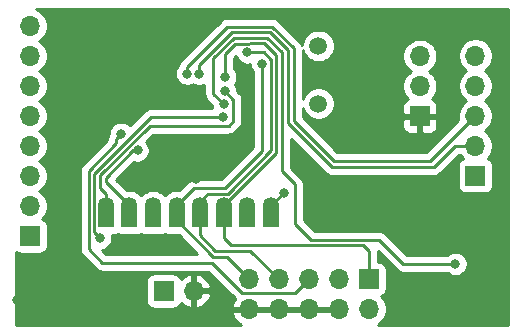
<source format=gbr>
G04 #@! TF.GenerationSoftware,KiCad,Pcbnew,(5.1.5-0-10_14)*
G04 #@! TF.CreationDate,2020-04-26T21:59:26+02:00*
G04 #@! TF.ProjectId,minimal,6d696e69-6d61-46c2-9e6b-696361645f70,rev?*
G04 #@! TF.SameCoordinates,Original*
G04 #@! TF.FileFunction,Copper,L2,Bot*
G04 #@! TF.FilePolarity,Positive*
%FSLAX46Y46*%
G04 Gerber Fmt 4.6, Leading zero omitted, Abs format (unit mm)*
G04 Created by KiCad (PCBNEW (5.1.5-0-10_14)) date 2020-04-26 21:59:26*
%MOMM*%
%LPD*%
G04 APERTURE LIST*
%ADD10O,1.700000X1.700000*%
%ADD11R,1.700000X1.700000*%
%ADD12C,1.500000*%
%ADD13R,1.350000X1.800000*%
%ADD14C,1.350000*%
%ADD15C,0.800000*%
%ADD16C,0.250000*%
%ADD17C,0.254000*%
G04 APERTURE END LIST*
D10*
X47130000Y-66040000D03*
X47130000Y-63500000D03*
X49670000Y-66040000D03*
X49670000Y-63500000D03*
X52210000Y-66040000D03*
X52210000Y-63500000D03*
X54750000Y-66040000D03*
X54750000Y-63500000D03*
X57290000Y-66040000D03*
D11*
X57290000Y-63500000D03*
D10*
X42440000Y-64500000D03*
D11*
X39900000Y-64500000D03*
D10*
X61600000Y-42080000D03*
X61600000Y-44620000D03*
X61600000Y-47160000D03*
D11*
X61600000Y-49700000D03*
D12*
X53000000Y-48630000D03*
X53000000Y-43750000D03*
D13*
X37000000Y-58250000D03*
X39000000Y-58250000D03*
X41000000Y-58250000D03*
X43000000Y-58250000D03*
X45000000Y-58250000D03*
X47000000Y-58250000D03*
X49000000Y-58250000D03*
D14*
X37000000Y-57250000D03*
X39000000Y-57250000D03*
X41000000Y-57250000D03*
X43000000Y-57250000D03*
X45000000Y-57250000D03*
X47000000Y-57250000D03*
X49000000Y-57250000D03*
D13*
X35000000Y-58250000D03*
D14*
X35000000Y-57250000D03*
D10*
X28600000Y-42060000D03*
X28600000Y-44600000D03*
X28600000Y-47140000D03*
X28600000Y-49680000D03*
X28600000Y-52220000D03*
X28600000Y-54760000D03*
X28600000Y-57300000D03*
D11*
X28600000Y-59840000D03*
D10*
X66300000Y-42040000D03*
X66300000Y-44580000D03*
X66300000Y-47120000D03*
X66300000Y-49660000D03*
X66300000Y-52200000D03*
D11*
X66300000Y-54740000D03*
D15*
X30500000Y-49100000D03*
X32400000Y-65300000D03*
X27500000Y-65300000D03*
X64600000Y-66700000D03*
X31900000Y-54400000D03*
X41000000Y-55000000D03*
X55800000Y-57900000D03*
X59100000Y-42700000D03*
X63700000Y-57900000D03*
X58800000Y-47900000D03*
X60200000Y-52400000D03*
X41502934Y-43150012D03*
X40800000Y-60600000D03*
X46900000Y-41000000D03*
X51700000Y-53900000D03*
X38100000Y-53900000D03*
X46500000Y-52700000D03*
X42600000Y-55000000D03*
X32200000Y-43800000D03*
X35300000Y-44700000D03*
X30800000Y-46800000D03*
X34600000Y-51100000D03*
X37400000Y-60700000D03*
X36300000Y-51200000D03*
X50100000Y-56199994D03*
X41900000Y-46100000D03*
X42900000Y-46100000D03*
X48250000Y-45250000D03*
X47000000Y-44300000D03*
X45100000Y-46400000D03*
X34500000Y-60000000D03*
X44900000Y-49774990D03*
X45000000Y-48699998D03*
X64600000Y-62200000D03*
X37700000Y-52600000D03*
X45100000Y-47600000D03*
D16*
X47000000Y-57250000D02*
X47000000Y-58250000D01*
X35900001Y-51599999D02*
X36300000Y-51200000D01*
X35900001Y-51999999D02*
X35900001Y-51599999D01*
X33549988Y-54350012D02*
X35900001Y-51999999D01*
X33549988Y-60949988D02*
X33549988Y-54350012D01*
X51034999Y-64675001D02*
X46575001Y-64675001D01*
X34700000Y-62100000D02*
X33549988Y-60949988D01*
X44000000Y-62100000D02*
X34700000Y-62100000D01*
X46575001Y-64675001D02*
X44000000Y-62100000D01*
X52210000Y-63500000D02*
X51034999Y-64675001D01*
X49000000Y-57250000D02*
X49000000Y-58250000D01*
X49000000Y-57250000D02*
X50050006Y-56199994D01*
X50050006Y-56199994D02*
X50100000Y-56199994D01*
X45300835Y-42133480D02*
X41900000Y-45534315D01*
X41900000Y-45534315D02*
X41900000Y-46100000D01*
X66300000Y-49660000D02*
X62460000Y-53500000D01*
X62460000Y-53500000D02*
X54300000Y-53500000D01*
X54300000Y-53500000D02*
X50900000Y-50100000D01*
X50900000Y-50100000D02*
X50900000Y-43955313D01*
X50900000Y-43955313D02*
X49078167Y-42133480D01*
X49078167Y-42133480D02*
X45300835Y-42133480D01*
X42900000Y-45534315D02*
X42900000Y-46100000D01*
X45662554Y-42591624D02*
X42900000Y-45354178D01*
X50408377Y-44111919D02*
X48888082Y-42591624D01*
X50408377Y-50271967D02*
X50408377Y-44111919D01*
X54136410Y-54000000D02*
X50408377Y-50271967D01*
X42900000Y-45354178D02*
X42900000Y-45534315D01*
X64600000Y-52200000D02*
X62800000Y-54000000D01*
X48888082Y-42591624D02*
X45662554Y-42591624D01*
X62800000Y-54000000D02*
X54136410Y-54000000D01*
X66300000Y-52200000D02*
X64600000Y-52200000D01*
X45230000Y-61600000D02*
X47130000Y-63500000D01*
X44100000Y-61600000D02*
X45230000Y-61600000D01*
X41000000Y-58500000D02*
X44100000Y-61600000D01*
X41000000Y-57250000D02*
X41000000Y-58500000D01*
X42450012Y-55799988D02*
X41674999Y-56575001D01*
X45100012Y-55799988D02*
X42450012Y-55799988D01*
X41674999Y-56575001D02*
X41000000Y-57250000D01*
X48250000Y-52650000D02*
X45100012Y-55799988D01*
X48250000Y-45250000D02*
X48250000Y-52650000D01*
X43000000Y-58250000D02*
X43000000Y-57250000D01*
X47244999Y-61074999D02*
X49670000Y-63500000D01*
X44274999Y-61074999D02*
X47244999Y-61074999D01*
X43000000Y-59800000D02*
X44274999Y-61074999D01*
X43000000Y-58250000D02*
X43000000Y-59800000D01*
X43000000Y-56900000D02*
X43000000Y-57250000D01*
X45350001Y-56249999D02*
X43650001Y-56249999D01*
X48373002Y-44300000D02*
X49000000Y-44926998D01*
X49000000Y-52600000D02*
X45350001Y-56249999D01*
X43650001Y-56249999D02*
X43000000Y-56900000D01*
X49000000Y-44926998D02*
X49000000Y-52600000D01*
X47000000Y-44300000D02*
X48373002Y-44300000D01*
X45000000Y-57250000D02*
X45000000Y-58250000D01*
X45624989Y-60624989D02*
X56764989Y-60624989D01*
X45000000Y-60000000D02*
X45624989Y-60624989D01*
X45000000Y-58250000D02*
X45000000Y-60000000D01*
X57290000Y-61150000D02*
X57290000Y-63500000D01*
X56764989Y-60624989D02*
X57290000Y-61150000D01*
X49450011Y-44550011D02*
X48400000Y-43500000D01*
X45951999Y-43574999D02*
X45100000Y-44426998D01*
X45000000Y-57250000D02*
X49450011Y-52799989D01*
X48400000Y-43500000D02*
X45951999Y-43574999D01*
X45100000Y-44426998D02*
X45100000Y-45834315D01*
X45100000Y-45834315D02*
X45100000Y-46400000D01*
X49450011Y-52799989D02*
X49450011Y-44550011D01*
X33999999Y-59410001D02*
X34064999Y-59475001D01*
X33999999Y-59499999D02*
X34500000Y-60000000D01*
X33999999Y-59410001D02*
X33999999Y-59499999D01*
X33999999Y-54573005D02*
X38798014Y-49774990D01*
X33999999Y-59410001D02*
X33999999Y-54573005D01*
X38798014Y-49774990D02*
X44334315Y-49774990D01*
X44334315Y-49774990D02*
X44900000Y-49774990D01*
X64034315Y-62200000D02*
X64600000Y-62200000D01*
X60200000Y-62200000D02*
X62100000Y-62200000D01*
X58174979Y-60174979D02*
X60200000Y-62200000D01*
X44112338Y-47812336D02*
X44112338Y-44778250D01*
X51000000Y-58800000D02*
X52374979Y-60174979D01*
X51000000Y-55473002D02*
X51000000Y-58800000D01*
X48688175Y-43044493D02*
X49908356Y-44264674D01*
X45846095Y-43044493D02*
X48688175Y-43044493D01*
X49908356Y-54381358D02*
X51000000Y-55473002D01*
X44112338Y-44778250D02*
X45846095Y-43044493D01*
X45000000Y-48699998D02*
X44112338Y-47812336D01*
X49908356Y-44264674D02*
X49908356Y-54381358D01*
X62100000Y-62200000D02*
X64034315Y-62200000D01*
X52374979Y-60174979D02*
X58174979Y-60174979D01*
X61700000Y-62200000D02*
X62100000Y-62200000D01*
X37000000Y-57250000D02*
X37000000Y-58250000D01*
X35000000Y-54900000D02*
X37300000Y-52600000D01*
X37300000Y-52600000D02*
X37700000Y-52600000D01*
X37000000Y-57250000D02*
X35000000Y-55250000D01*
X35000000Y-55250000D02*
X35000000Y-54900000D01*
X35000000Y-57250000D02*
X35000000Y-58250000D01*
X34500000Y-55795406D02*
X35000000Y-56295406D01*
X34500000Y-54709415D02*
X34500000Y-55795406D01*
X45800000Y-50100000D02*
X45400000Y-50500000D01*
X45800000Y-48300000D02*
X45800000Y-50100000D01*
X45100000Y-47600000D02*
X45800000Y-48300000D01*
X45400000Y-50500000D02*
X38709415Y-50500000D01*
X35000000Y-56295406D02*
X35000000Y-57250000D01*
X38709415Y-50500000D02*
X34500000Y-54709415D01*
X39000000Y-57250000D02*
X39000000Y-58250000D01*
D17*
G36*
X69041178Y-67340000D02*
G01*
X58017342Y-67340000D01*
X58236632Y-67193475D01*
X58443475Y-66986632D01*
X58605990Y-66743411D01*
X58717932Y-66473158D01*
X58775000Y-66186260D01*
X58775000Y-65893740D01*
X58717932Y-65606842D01*
X58605990Y-65336589D01*
X58443475Y-65093368D01*
X58311620Y-64961513D01*
X58384180Y-64939502D01*
X58494494Y-64880537D01*
X58591185Y-64801185D01*
X58670537Y-64704494D01*
X58729502Y-64594180D01*
X58765812Y-64474482D01*
X58778072Y-64350000D01*
X58778072Y-62650000D01*
X58765812Y-62525518D01*
X58729502Y-62405820D01*
X58670537Y-62295506D01*
X58591185Y-62198815D01*
X58494494Y-62119463D01*
X58384180Y-62060498D01*
X58264482Y-62024188D01*
X58140000Y-62011928D01*
X58050000Y-62011928D01*
X58050000Y-61187325D01*
X58053676Y-61150000D01*
X58051325Y-61126126D01*
X59636201Y-62711003D01*
X59659999Y-62740001D01*
X59775724Y-62834974D01*
X59907753Y-62905546D01*
X60051014Y-62949003D01*
X60162667Y-62960000D01*
X60162676Y-62960000D01*
X60199999Y-62963676D01*
X60237322Y-62960000D01*
X63896289Y-62960000D01*
X63940226Y-63003937D01*
X64109744Y-63117205D01*
X64298102Y-63195226D01*
X64498061Y-63235000D01*
X64701939Y-63235000D01*
X64901898Y-63195226D01*
X65090256Y-63117205D01*
X65259774Y-63003937D01*
X65403937Y-62859774D01*
X65517205Y-62690256D01*
X65595226Y-62501898D01*
X65635000Y-62301939D01*
X65635000Y-62098061D01*
X65595226Y-61898102D01*
X65517205Y-61709744D01*
X65403937Y-61540226D01*
X65259774Y-61396063D01*
X65090256Y-61282795D01*
X64901898Y-61204774D01*
X64701939Y-61165000D01*
X64498061Y-61165000D01*
X64298102Y-61204774D01*
X64109744Y-61282795D01*
X63940226Y-61396063D01*
X63896289Y-61440000D01*
X60514802Y-61440000D01*
X58738783Y-59663982D01*
X58714980Y-59634978D01*
X58599255Y-59540005D01*
X58467226Y-59469433D01*
X58323965Y-59425976D01*
X58212312Y-59414979D01*
X58212301Y-59414979D01*
X58174979Y-59411303D01*
X58137657Y-59414979D01*
X52689781Y-59414979D01*
X51760000Y-58485199D01*
X51760000Y-55510327D01*
X51763676Y-55473002D01*
X51760000Y-55435677D01*
X51760000Y-55435669D01*
X51749003Y-55324016D01*
X51705546Y-55180755D01*
X51634974Y-55048726D01*
X51540001Y-54933001D01*
X51511004Y-54909204D01*
X50668356Y-54066557D01*
X50668356Y-51606747D01*
X53572611Y-54511003D01*
X53596409Y-54540001D01*
X53712134Y-54634974D01*
X53844163Y-54705546D01*
X53987424Y-54749003D01*
X54099077Y-54760000D01*
X54099087Y-54760000D01*
X54136410Y-54763676D01*
X54173733Y-54760000D01*
X62762678Y-54760000D01*
X62800000Y-54763676D01*
X62837322Y-54760000D01*
X62837333Y-54760000D01*
X62948986Y-54749003D01*
X63092247Y-54705546D01*
X63224276Y-54634974D01*
X63340001Y-54540001D01*
X63363803Y-54510998D01*
X64914803Y-52960000D01*
X65021822Y-52960000D01*
X65146525Y-53146632D01*
X65278380Y-53278487D01*
X65205820Y-53300498D01*
X65095506Y-53359463D01*
X64998815Y-53438815D01*
X64919463Y-53535506D01*
X64860498Y-53645820D01*
X64824188Y-53765518D01*
X64811928Y-53890000D01*
X64811928Y-55590000D01*
X64824188Y-55714482D01*
X64860498Y-55834180D01*
X64919463Y-55944494D01*
X64998815Y-56041185D01*
X65095506Y-56120537D01*
X65205820Y-56179502D01*
X65325518Y-56215812D01*
X65450000Y-56228072D01*
X67150000Y-56228072D01*
X67274482Y-56215812D01*
X67394180Y-56179502D01*
X67504494Y-56120537D01*
X67601185Y-56041185D01*
X67680537Y-55944494D01*
X67739502Y-55834180D01*
X67775812Y-55714482D01*
X67788072Y-55590000D01*
X67788072Y-53890000D01*
X67775812Y-53765518D01*
X67739502Y-53645820D01*
X67680537Y-53535506D01*
X67601185Y-53438815D01*
X67504494Y-53359463D01*
X67394180Y-53300498D01*
X67321620Y-53278487D01*
X67453475Y-53146632D01*
X67615990Y-52903411D01*
X67727932Y-52633158D01*
X67785000Y-52346260D01*
X67785000Y-52053740D01*
X67727932Y-51766842D01*
X67615990Y-51496589D01*
X67453475Y-51253368D01*
X67246632Y-51046525D01*
X67072240Y-50930000D01*
X67246632Y-50813475D01*
X67453475Y-50606632D01*
X67615990Y-50363411D01*
X67727932Y-50093158D01*
X67785000Y-49806260D01*
X67785000Y-49513740D01*
X67727932Y-49226842D01*
X67615990Y-48956589D01*
X67453475Y-48713368D01*
X67246632Y-48506525D01*
X67072240Y-48390000D01*
X67246632Y-48273475D01*
X67453475Y-48066632D01*
X67615990Y-47823411D01*
X67727932Y-47553158D01*
X67785000Y-47266260D01*
X67785000Y-46973740D01*
X67727932Y-46686842D01*
X67615990Y-46416589D01*
X67453475Y-46173368D01*
X67246632Y-45966525D01*
X67072240Y-45850000D01*
X67246632Y-45733475D01*
X67453475Y-45526632D01*
X67615990Y-45283411D01*
X67727932Y-45013158D01*
X67785000Y-44726260D01*
X67785000Y-44433740D01*
X67727932Y-44146842D01*
X67615990Y-43876589D01*
X67453475Y-43633368D01*
X67246632Y-43426525D01*
X67003411Y-43264010D01*
X66733158Y-43152068D01*
X66446260Y-43095000D01*
X66153740Y-43095000D01*
X65866842Y-43152068D01*
X65596589Y-43264010D01*
X65353368Y-43426525D01*
X65146525Y-43633368D01*
X64984010Y-43876589D01*
X64872068Y-44146842D01*
X64815000Y-44433740D01*
X64815000Y-44726260D01*
X64872068Y-45013158D01*
X64984010Y-45283411D01*
X65146525Y-45526632D01*
X65353368Y-45733475D01*
X65527760Y-45850000D01*
X65353368Y-45966525D01*
X65146525Y-46173368D01*
X64984010Y-46416589D01*
X64872068Y-46686842D01*
X64815000Y-46973740D01*
X64815000Y-47266260D01*
X64872068Y-47553158D01*
X64984010Y-47823411D01*
X65146525Y-48066632D01*
X65353368Y-48273475D01*
X65527760Y-48390000D01*
X65353368Y-48506525D01*
X65146525Y-48713368D01*
X64984010Y-48956589D01*
X64872068Y-49226842D01*
X64815000Y-49513740D01*
X64815000Y-49806260D01*
X64858790Y-50026408D01*
X62145199Y-52740000D01*
X54614802Y-52740000D01*
X52424802Y-50550000D01*
X60111928Y-50550000D01*
X60124188Y-50674482D01*
X60160498Y-50794180D01*
X60219463Y-50904494D01*
X60298815Y-51001185D01*
X60395506Y-51080537D01*
X60505820Y-51139502D01*
X60625518Y-51175812D01*
X60750000Y-51188072D01*
X61314250Y-51185000D01*
X61473000Y-51026250D01*
X61473000Y-49827000D01*
X61727000Y-49827000D01*
X61727000Y-51026250D01*
X61885750Y-51185000D01*
X62450000Y-51188072D01*
X62574482Y-51175812D01*
X62694180Y-51139502D01*
X62804494Y-51080537D01*
X62901185Y-51001185D01*
X62980537Y-50904494D01*
X63039502Y-50794180D01*
X63075812Y-50674482D01*
X63088072Y-50550000D01*
X63085000Y-49985750D01*
X62926250Y-49827000D01*
X61727000Y-49827000D01*
X61473000Y-49827000D01*
X60273750Y-49827000D01*
X60115000Y-49985750D01*
X60111928Y-50550000D01*
X52424802Y-50550000D01*
X51660000Y-49785199D01*
X51660000Y-48992639D01*
X51668225Y-49033989D01*
X51772629Y-49286043D01*
X51924201Y-49512886D01*
X52117114Y-49705799D01*
X52343957Y-49857371D01*
X52596011Y-49961775D01*
X52863589Y-50015000D01*
X53136411Y-50015000D01*
X53403989Y-49961775D01*
X53656043Y-49857371D01*
X53882886Y-49705799D01*
X54075799Y-49512886D01*
X54227371Y-49286043D01*
X54331775Y-49033989D01*
X54368372Y-48850000D01*
X60111928Y-48850000D01*
X60115000Y-49414250D01*
X60273750Y-49573000D01*
X61473000Y-49573000D01*
X61473000Y-49553000D01*
X61727000Y-49553000D01*
X61727000Y-49573000D01*
X62926250Y-49573000D01*
X63085000Y-49414250D01*
X63088072Y-48850000D01*
X63075812Y-48725518D01*
X63039502Y-48605820D01*
X62980537Y-48495506D01*
X62901185Y-48398815D01*
X62804494Y-48319463D01*
X62694180Y-48260498D01*
X62621620Y-48238487D01*
X62753475Y-48106632D01*
X62915990Y-47863411D01*
X63027932Y-47593158D01*
X63085000Y-47306260D01*
X63085000Y-47013740D01*
X63027932Y-46726842D01*
X62915990Y-46456589D01*
X62753475Y-46213368D01*
X62546632Y-46006525D01*
X62372240Y-45890000D01*
X62546632Y-45773475D01*
X62753475Y-45566632D01*
X62915990Y-45323411D01*
X63027932Y-45053158D01*
X63085000Y-44766260D01*
X63085000Y-44473740D01*
X63027932Y-44186842D01*
X62915990Y-43916589D01*
X62753475Y-43673368D01*
X62546632Y-43466525D01*
X62303411Y-43304010D01*
X62033158Y-43192068D01*
X61746260Y-43135000D01*
X61453740Y-43135000D01*
X61166842Y-43192068D01*
X60896589Y-43304010D01*
X60653368Y-43466525D01*
X60446525Y-43673368D01*
X60284010Y-43916589D01*
X60172068Y-44186842D01*
X60115000Y-44473740D01*
X60115000Y-44766260D01*
X60172068Y-45053158D01*
X60284010Y-45323411D01*
X60446525Y-45566632D01*
X60653368Y-45773475D01*
X60827760Y-45890000D01*
X60653368Y-46006525D01*
X60446525Y-46213368D01*
X60284010Y-46456589D01*
X60172068Y-46726842D01*
X60115000Y-47013740D01*
X60115000Y-47306260D01*
X60172068Y-47593158D01*
X60284010Y-47863411D01*
X60446525Y-48106632D01*
X60578380Y-48238487D01*
X60505820Y-48260498D01*
X60395506Y-48319463D01*
X60298815Y-48398815D01*
X60219463Y-48495506D01*
X60160498Y-48605820D01*
X60124188Y-48725518D01*
X60111928Y-48850000D01*
X54368372Y-48850000D01*
X54385000Y-48766411D01*
X54385000Y-48493589D01*
X54331775Y-48226011D01*
X54227371Y-47973957D01*
X54075799Y-47747114D01*
X53882886Y-47554201D01*
X53656043Y-47402629D01*
X53403989Y-47298225D01*
X53136411Y-47245000D01*
X52863589Y-47245000D01*
X52596011Y-47298225D01*
X52343957Y-47402629D01*
X52117114Y-47554201D01*
X51924201Y-47747114D01*
X51772629Y-47973957D01*
X51668225Y-48226011D01*
X51660000Y-48267361D01*
X51660000Y-44112639D01*
X51668225Y-44153989D01*
X51772629Y-44406043D01*
X51924201Y-44632886D01*
X52117114Y-44825799D01*
X52343957Y-44977371D01*
X52596011Y-45081775D01*
X52863589Y-45135000D01*
X53136411Y-45135000D01*
X53403989Y-45081775D01*
X53656043Y-44977371D01*
X53882886Y-44825799D01*
X54075799Y-44632886D01*
X54227371Y-44406043D01*
X54331775Y-44153989D01*
X54385000Y-43886411D01*
X54385000Y-43613589D01*
X54331775Y-43346011D01*
X54227371Y-43093957D01*
X54075799Y-42867114D01*
X53882886Y-42674201D01*
X53656043Y-42522629D01*
X53403989Y-42418225D01*
X53136411Y-42365000D01*
X52863589Y-42365000D01*
X52596011Y-42418225D01*
X52343957Y-42522629D01*
X52117114Y-42674201D01*
X51924201Y-42867114D01*
X51772629Y-43093957D01*
X51668225Y-43346011D01*
X51615000Y-43613589D01*
X51615000Y-43694232D01*
X51605546Y-43663066D01*
X51572326Y-43600916D01*
X51534974Y-43531036D01*
X51463799Y-43444310D01*
X51440001Y-43415312D01*
X51411003Y-43391514D01*
X49641971Y-41622483D01*
X49618168Y-41593479D01*
X49502443Y-41498506D01*
X49370414Y-41427934D01*
X49227153Y-41384477D01*
X49115500Y-41373480D01*
X49115489Y-41373480D01*
X49078167Y-41369804D01*
X49040845Y-41373480D01*
X45338157Y-41373480D01*
X45300835Y-41369804D01*
X45263512Y-41373480D01*
X45263502Y-41373480D01*
X45151849Y-41384477D01*
X45008588Y-41427934D01*
X44876558Y-41498506D01*
X44792918Y-41567148D01*
X44760834Y-41593479D01*
X44737036Y-41622477D01*
X41389003Y-44970511D01*
X41359999Y-44994314D01*
X41306092Y-45060000D01*
X41265026Y-45110039D01*
X41217293Y-45199341D01*
X41194454Y-45242069D01*
X41151014Y-45385275D01*
X41096063Y-45440226D01*
X40982795Y-45609744D01*
X40904774Y-45798102D01*
X40865000Y-45998061D01*
X40865000Y-46201939D01*
X40904774Y-46401898D01*
X40982795Y-46590256D01*
X41096063Y-46759774D01*
X41240226Y-46903937D01*
X41409744Y-47017205D01*
X41598102Y-47095226D01*
X41798061Y-47135000D01*
X42001939Y-47135000D01*
X42201898Y-47095226D01*
X42390256Y-47017205D01*
X42400000Y-47010694D01*
X42409744Y-47017205D01*
X42598102Y-47095226D01*
X42798061Y-47135000D01*
X43001939Y-47135000D01*
X43201898Y-47095226D01*
X43352338Y-47032911D01*
X43352338Y-47775013D01*
X43348662Y-47812336D01*
X43352338Y-47849658D01*
X43352338Y-47849668D01*
X43363335Y-47961321D01*
X43382432Y-48024276D01*
X43406792Y-48104582D01*
X43477364Y-48236612D01*
X43490049Y-48252068D01*
X43572337Y-48352337D01*
X43601340Y-48376139D01*
X43965000Y-48739799D01*
X43965000Y-48801937D01*
X44004774Y-49001896D01*
X44010198Y-49014990D01*
X38835337Y-49014990D01*
X38798014Y-49011314D01*
X38760691Y-49014990D01*
X38760681Y-49014990D01*
X38649028Y-49025987D01*
X38524782Y-49063676D01*
X38505767Y-49069444D01*
X38373737Y-49140016D01*
X38312523Y-49190254D01*
X38258013Y-49234989D01*
X38234215Y-49263987D01*
X37030957Y-50467246D01*
X36959774Y-50396063D01*
X36790256Y-50282795D01*
X36601898Y-50204774D01*
X36401939Y-50165000D01*
X36198061Y-50165000D01*
X35998102Y-50204774D01*
X35809744Y-50282795D01*
X35640226Y-50396063D01*
X35496063Y-50540226D01*
X35382795Y-50709744D01*
X35304774Y-50898102D01*
X35265000Y-51098061D01*
X35265000Y-51175774D01*
X35194455Y-51307752D01*
X35150998Y-51451013D01*
X35140001Y-51562666D01*
X35140001Y-51562677D01*
X35136325Y-51599999D01*
X35140001Y-51637321D01*
X35140001Y-51685197D01*
X33038986Y-53786213D01*
X33009988Y-53810011D01*
X32986190Y-53839009D01*
X32986189Y-53839010D01*
X32915014Y-53925736D01*
X32844442Y-54057766D01*
X32839384Y-54074441D01*
X32800986Y-54201026D01*
X32792701Y-54285140D01*
X32786312Y-54350012D01*
X32789989Y-54387344D01*
X32789988Y-60912665D01*
X32786312Y-60949988D01*
X32789988Y-60987310D01*
X32789988Y-60987320D01*
X32800985Y-61098973D01*
X32838906Y-61223984D01*
X32844442Y-61242234D01*
X32915014Y-61374264D01*
X32954859Y-61422814D01*
X33009987Y-61489989D01*
X33038991Y-61513792D01*
X34136200Y-62611002D01*
X34159999Y-62640001D01*
X34275724Y-62734974D01*
X34407753Y-62805546D01*
X34551014Y-62849003D01*
X34660373Y-62859774D01*
X34700000Y-62863677D01*
X34737333Y-62860000D01*
X43685199Y-62860000D01*
X45958061Y-65132863D01*
X45934822Y-65158645D01*
X45785843Y-65408748D01*
X45688519Y-65683109D01*
X45809186Y-65913000D01*
X47003000Y-65913000D01*
X47003000Y-65893000D01*
X47257000Y-65893000D01*
X47257000Y-65913000D01*
X49543000Y-65913000D01*
X49543000Y-65893000D01*
X49797000Y-65893000D01*
X49797000Y-65913000D01*
X52083000Y-65913000D01*
X52083000Y-65893000D01*
X52337000Y-65893000D01*
X52337000Y-65913000D01*
X54623000Y-65913000D01*
X54623000Y-65893000D01*
X54877000Y-65893000D01*
X54877000Y-65913000D01*
X54897000Y-65913000D01*
X54897000Y-66167000D01*
X54877000Y-66167000D01*
X54877000Y-66187000D01*
X54623000Y-66187000D01*
X54623000Y-66167000D01*
X52337000Y-66167000D01*
X52337000Y-66187000D01*
X52083000Y-66187000D01*
X52083000Y-66167000D01*
X49797000Y-66167000D01*
X49797000Y-66187000D01*
X49543000Y-66187000D01*
X49543000Y-66167000D01*
X47257000Y-66167000D01*
X47257000Y-66187000D01*
X47003000Y-66187000D01*
X47003000Y-66167000D01*
X45809186Y-66167000D01*
X45688519Y-66396891D01*
X45785843Y-66671252D01*
X45934822Y-66921355D01*
X46129731Y-67137588D01*
X46363080Y-67311641D01*
X46422619Y-67340000D01*
X27410000Y-67340000D01*
X27410000Y-63650000D01*
X38411928Y-63650000D01*
X38411928Y-65350000D01*
X38424188Y-65474482D01*
X38460498Y-65594180D01*
X38519463Y-65704494D01*
X38598815Y-65801185D01*
X38695506Y-65880537D01*
X38805820Y-65939502D01*
X38925518Y-65975812D01*
X39050000Y-65988072D01*
X40750000Y-65988072D01*
X40874482Y-65975812D01*
X40994180Y-65939502D01*
X41104494Y-65880537D01*
X41201185Y-65801185D01*
X41280537Y-65704494D01*
X41339502Y-65594180D01*
X41363966Y-65513534D01*
X41439731Y-65597588D01*
X41673080Y-65771641D01*
X41935901Y-65896825D01*
X42083110Y-65941476D01*
X42313000Y-65820155D01*
X42313000Y-64627000D01*
X42567000Y-64627000D01*
X42567000Y-65820155D01*
X42796890Y-65941476D01*
X42944099Y-65896825D01*
X43206920Y-65771641D01*
X43440269Y-65597588D01*
X43635178Y-65381355D01*
X43784157Y-65131252D01*
X43881481Y-64856891D01*
X43760814Y-64627000D01*
X42567000Y-64627000D01*
X42313000Y-64627000D01*
X42293000Y-64627000D01*
X42293000Y-64373000D01*
X42313000Y-64373000D01*
X42313000Y-63179845D01*
X42567000Y-63179845D01*
X42567000Y-64373000D01*
X43760814Y-64373000D01*
X43881481Y-64143109D01*
X43784157Y-63868748D01*
X43635178Y-63618645D01*
X43440269Y-63402412D01*
X43206920Y-63228359D01*
X42944099Y-63103175D01*
X42796890Y-63058524D01*
X42567000Y-63179845D01*
X42313000Y-63179845D01*
X42083110Y-63058524D01*
X41935901Y-63103175D01*
X41673080Y-63228359D01*
X41439731Y-63402412D01*
X41363966Y-63486466D01*
X41339502Y-63405820D01*
X41280537Y-63295506D01*
X41201185Y-63198815D01*
X41104494Y-63119463D01*
X40994180Y-63060498D01*
X40874482Y-63024188D01*
X40750000Y-63011928D01*
X39050000Y-63011928D01*
X38925518Y-63024188D01*
X38805820Y-63060498D01*
X38695506Y-63119463D01*
X38598815Y-63198815D01*
X38519463Y-63295506D01*
X38460498Y-63405820D01*
X38424188Y-63525518D01*
X38411928Y-63650000D01*
X27410000Y-63650000D01*
X27410000Y-61228284D01*
X27505820Y-61279502D01*
X27625518Y-61315812D01*
X27750000Y-61328072D01*
X29450000Y-61328072D01*
X29574482Y-61315812D01*
X29694180Y-61279502D01*
X29804494Y-61220537D01*
X29901185Y-61141185D01*
X29980537Y-61044494D01*
X30039502Y-60934180D01*
X30075812Y-60814482D01*
X30088072Y-60690000D01*
X30088072Y-58990000D01*
X30075812Y-58865518D01*
X30039502Y-58745820D01*
X29980537Y-58635506D01*
X29901185Y-58538815D01*
X29804494Y-58459463D01*
X29694180Y-58400498D01*
X29621620Y-58378487D01*
X29753475Y-58246632D01*
X29915990Y-58003411D01*
X30027932Y-57733158D01*
X30085000Y-57446260D01*
X30085000Y-57153740D01*
X30027932Y-56866842D01*
X29915990Y-56596589D01*
X29753475Y-56353368D01*
X29546632Y-56146525D01*
X29372240Y-56030000D01*
X29546632Y-55913475D01*
X29753475Y-55706632D01*
X29915990Y-55463411D01*
X30027932Y-55193158D01*
X30085000Y-54906260D01*
X30085000Y-54613740D01*
X30027932Y-54326842D01*
X29915990Y-54056589D01*
X29753475Y-53813368D01*
X29546632Y-53606525D01*
X29372240Y-53490000D01*
X29546632Y-53373475D01*
X29753475Y-53166632D01*
X29915990Y-52923411D01*
X30027932Y-52653158D01*
X30085000Y-52366260D01*
X30085000Y-52073740D01*
X30027932Y-51786842D01*
X29915990Y-51516589D01*
X29753475Y-51273368D01*
X29546632Y-51066525D01*
X29372240Y-50950000D01*
X29546632Y-50833475D01*
X29753475Y-50626632D01*
X29915990Y-50383411D01*
X30027932Y-50113158D01*
X30085000Y-49826260D01*
X30085000Y-49533740D01*
X30027932Y-49246842D01*
X29915990Y-48976589D01*
X29753475Y-48733368D01*
X29546632Y-48526525D01*
X29372240Y-48410000D01*
X29546632Y-48293475D01*
X29753475Y-48086632D01*
X29915990Y-47843411D01*
X30027932Y-47573158D01*
X30085000Y-47286260D01*
X30085000Y-46993740D01*
X30027932Y-46706842D01*
X29915990Y-46436589D01*
X29753475Y-46193368D01*
X29546632Y-45986525D01*
X29372240Y-45870000D01*
X29546632Y-45753475D01*
X29753475Y-45546632D01*
X29915990Y-45303411D01*
X30027932Y-45033158D01*
X30085000Y-44746260D01*
X30085000Y-44453740D01*
X30027932Y-44166842D01*
X29915990Y-43896589D01*
X29753475Y-43653368D01*
X29546632Y-43446525D01*
X29372240Y-43330000D01*
X29546632Y-43213475D01*
X29753475Y-43006632D01*
X29915990Y-42763411D01*
X30027932Y-42493158D01*
X30085000Y-42206260D01*
X30085000Y-41913740D01*
X30027932Y-41626842D01*
X29915990Y-41356589D01*
X29753475Y-41113368D01*
X29546632Y-40906525D01*
X29303411Y-40744010D01*
X29100592Y-40660000D01*
X69088820Y-40660000D01*
X69041178Y-67340000D01*
G37*
X69041178Y-67340000D02*
X58017342Y-67340000D01*
X58236632Y-67193475D01*
X58443475Y-66986632D01*
X58605990Y-66743411D01*
X58717932Y-66473158D01*
X58775000Y-66186260D01*
X58775000Y-65893740D01*
X58717932Y-65606842D01*
X58605990Y-65336589D01*
X58443475Y-65093368D01*
X58311620Y-64961513D01*
X58384180Y-64939502D01*
X58494494Y-64880537D01*
X58591185Y-64801185D01*
X58670537Y-64704494D01*
X58729502Y-64594180D01*
X58765812Y-64474482D01*
X58778072Y-64350000D01*
X58778072Y-62650000D01*
X58765812Y-62525518D01*
X58729502Y-62405820D01*
X58670537Y-62295506D01*
X58591185Y-62198815D01*
X58494494Y-62119463D01*
X58384180Y-62060498D01*
X58264482Y-62024188D01*
X58140000Y-62011928D01*
X58050000Y-62011928D01*
X58050000Y-61187325D01*
X58053676Y-61150000D01*
X58051325Y-61126126D01*
X59636201Y-62711003D01*
X59659999Y-62740001D01*
X59775724Y-62834974D01*
X59907753Y-62905546D01*
X60051014Y-62949003D01*
X60162667Y-62960000D01*
X60162676Y-62960000D01*
X60199999Y-62963676D01*
X60237322Y-62960000D01*
X63896289Y-62960000D01*
X63940226Y-63003937D01*
X64109744Y-63117205D01*
X64298102Y-63195226D01*
X64498061Y-63235000D01*
X64701939Y-63235000D01*
X64901898Y-63195226D01*
X65090256Y-63117205D01*
X65259774Y-63003937D01*
X65403937Y-62859774D01*
X65517205Y-62690256D01*
X65595226Y-62501898D01*
X65635000Y-62301939D01*
X65635000Y-62098061D01*
X65595226Y-61898102D01*
X65517205Y-61709744D01*
X65403937Y-61540226D01*
X65259774Y-61396063D01*
X65090256Y-61282795D01*
X64901898Y-61204774D01*
X64701939Y-61165000D01*
X64498061Y-61165000D01*
X64298102Y-61204774D01*
X64109744Y-61282795D01*
X63940226Y-61396063D01*
X63896289Y-61440000D01*
X60514802Y-61440000D01*
X58738783Y-59663982D01*
X58714980Y-59634978D01*
X58599255Y-59540005D01*
X58467226Y-59469433D01*
X58323965Y-59425976D01*
X58212312Y-59414979D01*
X58212301Y-59414979D01*
X58174979Y-59411303D01*
X58137657Y-59414979D01*
X52689781Y-59414979D01*
X51760000Y-58485199D01*
X51760000Y-55510327D01*
X51763676Y-55473002D01*
X51760000Y-55435677D01*
X51760000Y-55435669D01*
X51749003Y-55324016D01*
X51705546Y-55180755D01*
X51634974Y-55048726D01*
X51540001Y-54933001D01*
X51511004Y-54909204D01*
X50668356Y-54066557D01*
X50668356Y-51606747D01*
X53572611Y-54511003D01*
X53596409Y-54540001D01*
X53712134Y-54634974D01*
X53844163Y-54705546D01*
X53987424Y-54749003D01*
X54099077Y-54760000D01*
X54099087Y-54760000D01*
X54136410Y-54763676D01*
X54173733Y-54760000D01*
X62762678Y-54760000D01*
X62800000Y-54763676D01*
X62837322Y-54760000D01*
X62837333Y-54760000D01*
X62948986Y-54749003D01*
X63092247Y-54705546D01*
X63224276Y-54634974D01*
X63340001Y-54540001D01*
X63363803Y-54510998D01*
X64914803Y-52960000D01*
X65021822Y-52960000D01*
X65146525Y-53146632D01*
X65278380Y-53278487D01*
X65205820Y-53300498D01*
X65095506Y-53359463D01*
X64998815Y-53438815D01*
X64919463Y-53535506D01*
X64860498Y-53645820D01*
X64824188Y-53765518D01*
X64811928Y-53890000D01*
X64811928Y-55590000D01*
X64824188Y-55714482D01*
X64860498Y-55834180D01*
X64919463Y-55944494D01*
X64998815Y-56041185D01*
X65095506Y-56120537D01*
X65205820Y-56179502D01*
X65325518Y-56215812D01*
X65450000Y-56228072D01*
X67150000Y-56228072D01*
X67274482Y-56215812D01*
X67394180Y-56179502D01*
X67504494Y-56120537D01*
X67601185Y-56041185D01*
X67680537Y-55944494D01*
X67739502Y-55834180D01*
X67775812Y-55714482D01*
X67788072Y-55590000D01*
X67788072Y-53890000D01*
X67775812Y-53765518D01*
X67739502Y-53645820D01*
X67680537Y-53535506D01*
X67601185Y-53438815D01*
X67504494Y-53359463D01*
X67394180Y-53300498D01*
X67321620Y-53278487D01*
X67453475Y-53146632D01*
X67615990Y-52903411D01*
X67727932Y-52633158D01*
X67785000Y-52346260D01*
X67785000Y-52053740D01*
X67727932Y-51766842D01*
X67615990Y-51496589D01*
X67453475Y-51253368D01*
X67246632Y-51046525D01*
X67072240Y-50930000D01*
X67246632Y-50813475D01*
X67453475Y-50606632D01*
X67615990Y-50363411D01*
X67727932Y-50093158D01*
X67785000Y-49806260D01*
X67785000Y-49513740D01*
X67727932Y-49226842D01*
X67615990Y-48956589D01*
X67453475Y-48713368D01*
X67246632Y-48506525D01*
X67072240Y-48390000D01*
X67246632Y-48273475D01*
X67453475Y-48066632D01*
X67615990Y-47823411D01*
X67727932Y-47553158D01*
X67785000Y-47266260D01*
X67785000Y-46973740D01*
X67727932Y-46686842D01*
X67615990Y-46416589D01*
X67453475Y-46173368D01*
X67246632Y-45966525D01*
X67072240Y-45850000D01*
X67246632Y-45733475D01*
X67453475Y-45526632D01*
X67615990Y-45283411D01*
X67727932Y-45013158D01*
X67785000Y-44726260D01*
X67785000Y-44433740D01*
X67727932Y-44146842D01*
X67615990Y-43876589D01*
X67453475Y-43633368D01*
X67246632Y-43426525D01*
X67003411Y-43264010D01*
X66733158Y-43152068D01*
X66446260Y-43095000D01*
X66153740Y-43095000D01*
X65866842Y-43152068D01*
X65596589Y-43264010D01*
X65353368Y-43426525D01*
X65146525Y-43633368D01*
X64984010Y-43876589D01*
X64872068Y-44146842D01*
X64815000Y-44433740D01*
X64815000Y-44726260D01*
X64872068Y-45013158D01*
X64984010Y-45283411D01*
X65146525Y-45526632D01*
X65353368Y-45733475D01*
X65527760Y-45850000D01*
X65353368Y-45966525D01*
X65146525Y-46173368D01*
X64984010Y-46416589D01*
X64872068Y-46686842D01*
X64815000Y-46973740D01*
X64815000Y-47266260D01*
X64872068Y-47553158D01*
X64984010Y-47823411D01*
X65146525Y-48066632D01*
X65353368Y-48273475D01*
X65527760Y-48390000D01*
X65353368Y-48506525D01*
X65146525Y-48713368D01*
X64984010Y-48956589D01*
X64872068Y-49226842D01*
X64815000Y-49513740D01*
X64815000Y-49806260D01*
X64858790Y-50026408D01*
X62145199Y-52740000D01*
X54614802Y-52740000D01*
X52424802Y-50550000D01*
X60111928Y-50550000D01*
X60124188Y-50674482D01*
X60160498Y-50794180D01*
X60219463Y-50904494D01*
X60298815Y-51001185D01*
X60395506Y-51080537D01*
X60505820Y-51139502D01*
X60625518Y-51175812D01*
X60750000Y-51188072D01*
X61314250Y-51185000D01*
X61473000Y-51026250D01*
X61473000Y-49827000D01*
X61727000Y-49827000D01*
X61727000Y-51026250D01*
X61885750Y-51185000D01*
X62450000Y-51188072D01*
X62574482Y-51175812D01*
X62694180Y-51139502D01*
X62804494Y-51080537D01*
X62901185Y-51001185D01*
X62980537Y-50904494D01*
X63039502Y-50794180D01*
X63075812Y-50674482D01*
X63088072Y-50550000D01*
X63085000Y-49985750D01*
X62926250Y-49827000D01*
X61727000Y-49827000D01*
X61473000Y-49827000D01*
X60273750Y-49827000D01*
X60115000Y-49985750D01*
X60111928Y-50550000D01*
X52424802Y-50550000D01*
X51660000Y-49785199D01*
X51660000Y-48992639D01*
X51668225Y-49033989D01*
X51772629Y-49286043D01*
X51924201Y-49512886D01*
X52117114Y-49705799D01*
X52343957Y-49857371D01*
X52596011Y-49961775D01*
X52863589Y-50015000D01*
X53136411Y-50015000D01*
X53403989Y-49961775D01*
X53656043Y-49857371D01*
X53882886Y-49705799D01*
X54075799Y-49512886D01*
X54227371Y-49286043D01*
X54331775Y-49033989D01*
X54368372Y-48850000D01*
X60111928Y-48850000D01*
X60115000Y-49414250D01*
X60273750Y-49573000D01*
X61473000Y-49573000D01*
X61473000Y-49553000D01*
X61727000Y-49553000D01*
X61727000Y-49573000D01*
X62926250Y-49573000D01*
X63085000Y-49414250D01*
X63088072Y-48850000D01*
X63075812Y-48725518D01*
X63039502Y-48605820D01*
X62980537Y-48495506D01*
X62901185Y-48398815D01*
X62804494Y-48319463D01*
X62694180Y-48260498D01*
X62621620Y-48238487D01*
X62753475Y-48106632D01*
X62915990Y-47863411D01*
X63027932Y-47593158D01*
X63085000Y-47306260D01*
X63085000Y-47013740D01*
X63027932Y-46726842D01*
X62915990Y-46456589D01*
X62753475Y-46213368D01*
X62546632Y-46006525D01*
X62372240Y-45890000D01*
X62546632Y-45773475D01*
X62753475Y-45566632D01*
X62915990Y-45323411D01*
X63027932Y-45053158D01*
X63085000Y-44766260D01*
X63085000Y-44473740D01*
X63027932Y-44186842D01*
X62915990Y-43916589D01*
X62753475Y-43673368D01*
X62546632Y-43466525D01*
X62303411Y-43304010D01*
X62033158Y-43192068D01*
X61746260Y-43135000D01*
X61453740Y-43135000D01*
X61166842Y-43192068D01*
X60896589Y-43304010D01*
X60653368Y-43466525D01*
X60446525Y-43673368D01*
X60284010Y-43916589D01*
X60172068Y-44186842D01*
X60115000Y-44473740D01*
X60115000Y-44766260D01*
X60172068Y-45053158D01*
X60284010Y-45323411D01*
X60446525Y-45566632D01*
X60653368Y-45773475D01*
X60827760Y-45890000D01*
X60653368Y-46006525D01*
X60446525Y-46213368D01*
X60284010Y-46456589D01*
X60172068Y-46726842D01*
X60115000Y-47013740D01*
X60115000Y-47306260D01*
X60172068Y-47593158D01*
X60284010Y-47863411D01*
X60446525Y-48106632D01*
X60578380Y-48238487D01*
X60505820Y-48260498D01*
X60395506Y-48319463D01*
X60298815Y-48398815D01*
X60219463Y-48495506D01*
X60160498Y-48605820D01*
X60124188Y-48725518D01*
X60111928Y-48850000D01*
X54368372Y-48850000D01*
X54385000Y-48766411D01*
X54385000Y-48493589D01*
X54331775Y-48226011D01*
X54227371Y-47973957D01*
X54075799Y-47747114D01*
X53882886Y-47554201D01*
X53656043Y-47402629D01*
X53403989Y-47298225D01*
X53136411Y-47245000D01*
X52863589Y-47245000D01*
X52596011Y-47298225D01*
X52343957Y-47402629D01*
X52117114Y-47554201D01*
X51924201Y-47747114D01*
X51772629Y-47973957D01*
X51668225Y-48226011D01*
X51660000Y-48267361D01*
X51660000Y-44112639D01*
X51668225Y-44153989D01*
X51772629Y-44406043D01*
X51924201Y-44632886D01*
X52117114Y-44825799D01*
X52343957Y-44977371D01*
X52596011Y-45081775D01*
X52863589Y-45135000D01*
X53136411Y-45135000D01*
X53403989Y-45081775D01*
X53656043Y-44977371D01*
X53882886Y-44825799D01*
X54075799Y-44632886D01*
X54227371Y-44406043D01*
X54331775Y-44153989D01*
X54385000Y-43886411D01*
X54385000Y-43613589D01*
X54331775Y-43346011D01*
X54227371Y-43093957D01*
X54075799Y-42867114D01*
X53882886Y-42674201D01*
X53656043Y-42522629D01*
X53403989Y-42418225D01*
X53136411Y-42365000D01*
X52863589Y-42365000D01*
X52596011Y-42418225D01*
X52343957Y-42522629D01*
X52117114Y-42674201D01*
X51924201Y-42867114D01*
X51772629Y-43093957D01*
X51668225Y-43346011D01*
X51615000Y-43613589D01*
X51615000Y-43694232D01*
X51605546Y-43663066D01*
X51572326Y-43600916D01*
X51534974Y-43531036D01*
X51463799Y-43444310D01*
X51440001Y-43415312D01*
X51411003Y-43391514D01*
X49641971Y-41622483D01*
X49618168Y-41593479D01*
X49502443Y-41498506D01*
X49370414Y-41427934D01*
X49227153Y-41384477D01*
X49115500Y-41373480D01*
X49115489Y-41373480D01*
X49078167Y-41369804D01*
X49040845Y-41373480D01*
X45338157Y-41373480D01*
X45300835Y-41369804D01*
X45263512Y-41373480D01*
X45263502Y-41373480D01*
X45151849Y-41384477D01*
X45008588Y-41427934D01*
X44876558Y-41498506D01*
X44792918Y-41567148D01*
X44760834Y-41593479D01*
X44737036Y-41622477D01*
X41389003Y-44970511D01*
X41359999Y-44994314D01*
X41306092Y-45060000D01*
X41265026Y-45110039D01*
X41217293Y-45199341D01*
X41194454Y-45242069D01*
X41151014Y-45385275D01*
X41096063Y-45440226D01*
X40982795Y-45609744D01*
X40904774Y-45798102D01*
X40865000Y-45998061D01*
X40865000Y-46201939D01*
X40904774Y-46401898D01*
X40982795Y-46590256D01*
X41096063Y-46759774D01*
X41240226Y-46903937D01*
X41409744Y-47017205D01*
X41598102Y-47095226D01*
X41798061Y-47135000D01*
X42001939Y-47135000D01*
X42201898Y-47095226D01*
X42390256Y-47017205D01*
X42400000Y-47010694D01*
X42409744Y-47017205D01*
X42598102Y-47095226D01*
X42798061Y-47135000D01*
X43001939Y-47135000D01*
X43201898Y-47095226D01*
X43352338Y-47032911D01*
X43352338Y-47775013D01*
X43348662Y-47812336D01*
X43352338Y-47849658D01*
X43352338Y-47849668D01*
X43363335Y-47961321D01*
X43382432Y-48024276D01*
X43406792Y-48104582D01*
X43477364Y-48236612D01*
X43490049Y-48252068D01*
X43572337Y-48352337D01*
X43601340Y-48376139D01*
X43965000Y-48739799D01*
X43965000Y-48801937D01*
X44004774Y-49001896D01*
X44010198Y-49014990D01*
X38835337Y-49014990D01*
X38798014Y-49011314D01*
X38760691Y-49014990D01*
X38760681Y-49014990D01*
X38649028Y-49025987D01*
X38524782Y-49063676D01*
X38505767Y-49069444D01*
X38373737Y-49140016D01*
X38312523Y-49190254D01*
X38258013Y-49234989D01*
X38234215Y-49263987D01*
X37030957Y-50467246D01*
X36959774Y-50396063D01*
X36790256Y-50282795D01*
X36601898Y-50204774D01*
X36401939Y-50165000D01*
X36198061Y-50165000D01*
X35998102Y-50204774D01*
X35809744Y-50282795D01*
X35640226Y-50396063D01*
X35496063Y-50540226D01*
X35382795Y-50709744D01*
X35304774Y-50898102D01*
X35265000Y-51098061D01*
X35265000Y-51175774D01*
X35194455Y-51307752D01*
X35150998Y-51451013D01*
X35140001Y-51562666D01*
X35140001Y-51562677D01*
X35136325Y-51599999D01*
X35140001Y-51637321D01*
X35140001Y-51685197D01*
X33038986Y-53786213D01*
X33009988Y-53810011D01*
X32986190Y-53839009D01*
X32986189Y-53839010D01*
X32915014Y-53925736D01*
X32844442Y-54057766D01*
X32839384Y-54074441D01*
X32800986Y-54201026D01*
X32792701Y-54285140D01*
X32786312Y-54350012D01*
X32789989Y-54387344D01*
X32789988Y-60912665D01*
X32786312Y-60949988D01*
X32789988Y-60987310D01*
X32789988Y-60987320D01*
X32800985Y-61098973D01*
X32838906Y-61223984D01*
X32844442Y-61242234D01*
X32915014Y-61374264D01*
X32954859Y-61422814D01*
X33009987Y-61489989D01*
X33038991Y-61513792D01*
X34136200Y-62611002D01*
X34159999Y-62640001D01*
X34275724Y-62734974D01*
X34407753Y-62805546D01*
X34551014Y-62849003D01*
X34660373Y-62859774D01*
X34700000Y-62863677D01*
X34737333Y-62860000D01*
X43685199Y-62860000D01*
X45958061Y-65132863D01*
X45934822Y-65158645D01*
X45785843Y-65408748D01*
X45688519Y-65683109D01*
X45809186Y-65913000D01*
X47003000Y-65913000D01*
X47003000Y-65893000D01*
X47257000Y-65893000D01*
X47257000Y-65913000D01*
X49543000Y-65913000D01*
X49543000Y-65893000D01*
X49797000Y-65893000D01*
X49797000Y-65913000D01*
X52083000Y-65913000D01*
X52083000Y-65893000D01*
X52337000Y-65893000D01*
X52337000Y-65913000D01*
X54623000Y-65913000D01*
X54623000Y-65893000D01*
X54877000Y-65893000D01*
X54877000Y-65913000D01*
X54897000Y-65913000D01*
X54897000Y-66167000D01*
X54877000Y-66167000D01*
X54877000Y-66187000D01*
X54623000Y-66187000D01*
X54623000Y-66167000D01*
X52337000Y-66167000D01*
X52337000Y-66187000D01*
X52083000Y-66187000D01*
X52083000Y-66167000D01*
X49797000Y-66167000D01*
X49797000Y-66187000D01*
X49543000Y-66187000D01*
X49543000Y-66167000D01*
X47257000Y-66167000D01*
X47257000Y-66187000D01*
X47003000Y-66187000D01*
X47003000Y-66167000D01*
X45809186Y-66167000D01*
X45688519Y-66396891D01*
X45785843Y-66671252D01*
X45934822Y-66921355D01*
X46129731Y-67137588D01*
X46363080Y-67311641D01*
X46422619Y-67340000D01*
X27410000Y-67340000D01*
X27410000Y-63650000D01*
X38411928Y-63650000D01*
X38411928Y-65350000D01*
X38424188Y-65474482D01*
X38460498Y-65594180D01*
X38519463Y-65704494D01*
X38598815Y-65801185D01*
X38695506Y-65880537D01*
X38805820Y-65939502D01*
X38925518Y-65975812D01*
X39050000Y-65988072D01*
X40750000Y-65988072D01*
X40874482Y-65975812D01*
X40994180Y-65939502D01*
X41104494Y-65880537D01*
X41201185Y-65801185D01*
X41280537Y-65704494D01*
X41339502Y-65594180D01*
X41363966Y-65513534D01*
X41439731Y-65597588D01*
X41673080Y-65771641D01*
X41935901Y-65896825D01*
X42083110Y-65941476D01*
X42313000Y-65820155D01*
X42313000Y-64627000D01*
X42567000Y-64627000D01*
X42567000Y-65820155D01*
X42796890Y-65941476D01*
X42944099Y-65896825D01*
X43206920Y-65771641D01*
X43440269Y-65597588D01*
X43635178Y-65381355D01*
X43784157Y-65131252D01*
X43881481Y-64856891D01*
X43760814Y-64627000D01*
X42567000Y-64627000D01*
X42313000Y-64627000D01*
X42293000Y-64627000D01*
X42293000Y-64373000D01*
X42313000Y-64373000D01*
X42313000Y-63179845D01*
X42567000Y-63179845D01*
X42567000Y-64373000D01*
X43760814Y-64373000D01*
X43881481Y-64143109D01*
X43784157Y-63868748D01*
X43635178Y-63618645D01*
X43440269Y-63402412D01*
X43206920Y-63228359D01*
X42944099Y-63103175D01*
X42796890Y-63058524D01*
X42567000Y-63179845D01*
X42313000Y-63179845D01*
X42083110Y-63058524D01*
X41935901Y-63103175D01*
X41673080Y-63228359D01*
X41439731Y-63402412D01*
X41363966Y-63486466D01*
X41339502Y-63405820D01*
X41280537Y-63295506D01*
X41201185Y-63198815D01*
X41104494Y-63119463D01*
X40994180Y-63060498D01*
X40874482Y-63024188D01*
X40750000Y-63011928D01*
X39050000Y-63011928D01*
X38925518Y-63024188D01*
X38805820Y-63060498D01*
X38695506Y-63119463D01*
X38598815Y-63198815D01*
X38519463Y-63295506D01*
X38460498Y-63405820D01*
X38424188Y-63525518D01*
X38411928Y-63650000D01*
X27410000Y-63650000D01*
X27410000Y-61228284D01*
X27505820Y-61279502D01*
X27625518Y-61315812D01*
X27750000Y-61328072D01*
X29450000Y-61328072D01*
X29574482Y-61315812D01*
X29694180Y-61279502D01*
X29804494Y-61220537D01*
X29901185Y-61141185D01*
X29980537Y-61044494D01*
X30039502Y-60934180D01*
X30075812Y-60814482D01*
X30088072Y-60690000D01*
X30088072Y-58990000D01*
X30075812Y-58865518D01*
X30039502Y-58745820D01*
X29980537Y-58635506D01*
X29901185Y-58538815D01*
X29804494Y-58459463D01*
X29694180Y-58400498D01*
X29621620Y-58378487D01*
X29753475Y-58246632D01*
X29915990Y-58003411D01*
X30027932Y-57733158D01*
X30085000Y-57446260D01*
X30085000Y-57153740D01*
X30027932Y-56866842D01*
X29915990Y-56596589D01*
X29753475Y-56353368D01*
X29546632Y-56146525D01*
X29372240Y-56030000D01*
X29546632Y-55913475D01*
X29753475Y-55706632D01*
X29915990Y-55463411D01*
X30027932Y-55193158D01*
X30085000Y-54906260D01*
X30085000Y-54613740D01*
X30027932Y-54326842D01*
X29915990Y-54056589D01*
X29753475Y-53813368D01*
X29546632Y-53606525D01*
X29372240Y-53490000D01*
X29546632Y-53373475D01*
X29753475Y-53166632D01*
X29915990Y-52923411D01*
X30027932Y-52653158D01*
X30085000Y-52366260D01*
X30085000Y-52073740D01*
X30027932Y-51786842D01*
X29915990Y-51516589D01*
X29753475Y-51273368D01*
X29546632Y-51066525D01*
X29372240Y-50950000D01*
X29546632Y-50833475D01*
X29753475Y-50626632D01*
X29915990Y-50383411D01*
X30027932Y-50113158D01*
X30085000Y-49826260D01*
X30085000Y-49533740D01*
X30027932Y-49246842D01*
X29915990Y-48976589D01*
X29753475Y-48733368D01*
X29546632Y-48526525D01*
X29372240Y-48410000D01*
X29546632Y-48293475D01*
X29753475Y-48086632D01*
X29915990Y-47843411D01*
X30027932Y-47573158D01*
X30085000Y-47286260D01*
X30085000Y-46993740D01*
X30027932Y-46706842D01*
X29915990Y-46436589D01*
X29753475Y-46193368D01*
X29546632Y-45986525D01*
X29372240Y-45870000D01*
X29546632Y-45753475D01*
X29753475Y-45546632D01*
X29915990Y-45303411D01*
X30027932Y-45033158D01*
X30085000Y-44746260D01*
X30085000Y-44453740D01*
X30027932Y-44166842D01*
X29915990Y-43896589D01*
X29753475Y-43653368D01*
X29546632Y-43446525D01*
X29372240Y-43330000D01*
X29546632Y-43213475D01*
X29753475Y-43006632D01*
X29915990Y-42763411D01*
X30027932Y-42493158D01*
X30085000Y-42206260D01*
X30085000Y-41913740D01*
X30027932Y-41626842D01*
X29915990Y-41356589D01*
X29753475Y-41113368D01*
X29546632Y-40906525D01*
X29303411Y-40744010D01*
X29100592Y-40660000D01*
X69088820Y-40660000D01*
X69041178Y-67340000D01*
G36*
X40080820Y-59739502D02*
G01*
X40200518Y-59775812D01*
X40325000Y-59788072D01*
X41213271Y-59788072D01*
X42765198Y-61340000D01*
X35014802Y-61340000D01*
X34691906Y-61017105D01*
X34801898Y-60995226D01*
X34990256Y-60917205D01*
X35159774Y-60803937D01*
X35303937Y-60659774D01*
X35417205Y-60490256D01*
X35495226Y-60301898D01*
X35535000Y-60101939D01*
X35535000Y-59898061D01*
X35513122Y-59788072D01*
X35675000Y-59788072D01*
X35799482Y-59775812D01*
X35919180Y-59739502D01*
X36000000Y-59696302D01*
X36080820Y-59739502D01*
X36200518Y-59775812D01*
X36325000Y-59788072D01*
X37675000Y-59788072D01*
X37799482Y-59775812D01*
X37919180Y-59739502D01*
X38000000Y-59696302D01*
X38080820Y-59739502D01*
X38200518Y-59775812D01*
X38325000Y-59788072D01*
X39675000Y-59788072D01*
X39799482Y-59775812D01*
X39919180Y-59739502D01*
X40000000Y-59696302D01*
X40080820Y-59739502D01*
G37*
X40080820Y-59739502D02*
X40200518Y-59775812D01*
X40325000Y-59788072D01*
X41213271Y-59788072D01*
X42765198Y-61340000D01*
X35014802Y-61340000D01*
X34691906Y-61017105D01*
X34801898Y-60995226D01*
X34990256Y-60917205D01*
X35159774Y-60803937D01*
X35303937Y-60659774D01*
X35417205Y-60490256D01*
X35495226Y-60301898D01*
X35535000Y-60101939D01*
X35535000Y-59898061D01*
X35513122Y-59788072D01*
X35675000Y-59788072D01*
X35799482Y-59775812D01*
X35919180Y-59739502D01*
X36000000Y-59696302D01*
X36080820Y-59739502D01*
X36200518Y-59775812D01*
X36325000Y-59788072D01*
X37675000Y-59788072D01*
X37799482Y-59775812D01*
X37919180Y-59739502D01*
X38000000Y-59696302D01*
X38080820Y-59739502D01*
X38200518Y-59775812D01*
X38325000Y-59788072D01*
X39675000Y-59788072D01*
X39799482Y-59775812D01*
X39919180Y-59739502D01*
X40000000Y-59696302D01*
X40080820Y-59739502D01*
G36*
X46004774Y-44601898D02*
G01*
X46082795Y-44790256D01*
X46196063Y-44959774D01*
X46340226Y-45103937D01*
X46509744Y-45217205D01*
X46698102Y-45295226D01*
X46898061Y-45335000D01*
X47101939Y-45335000D01*
X47215000Y-45312511D01*
X47215000Y-45351939D01*
X47254774Y-45551898D01*
X47332795Y-45740256D01*
X47446063Y-45909774D01*
X47490000Y-45953711D01*
X47490001Y-52335197D01*
X44785211Y-55039988D01*
X42487335Y-55039988D01*
X42450012Y-55036312D01*
X42412689Y-55039988D01*
X42412679Y-55039988D01*
X42301026Y-55050985D01*
X42182615Y-55086904D01*
X42157765Y-55094442D01*
X42025735Y-55165014D01*
X41973383Y-55207979D01*
X41910011Y-55259987D01*
X41886213Y-55288986D01*
X41217583Y-55957615D01*
X41129024Y-55940000D01*
X40870976Y-55940000D01*
X40617887Y-55990342D01*
X40379482Y-56089093D01*
X40164923Y-56232456D01*
X40000000Y-56397379D01*
X39835077Y-56232456D01*
X39620518Y-56089093D01*
X39382113Y-55990342D01*
X39129024Y-55940000D01*
X38870976Y-55940000D01*
X38617887Y-55990342D01*
X38379482Y-56089093D01*
X38164923Y-56232456D01*
X38000000Y-56397379D01*
X37835077Y-56232456D01*
X37620518Y-56089093D01*
X37382113Y-55990342D01*
X37129024Y-55940000D01*
X36870976Y-55940000D01*
X36782417Y-55957615D01*
X35899801Y-55075000D01*
X37385002Y-53589800D01*
X37398102Y-53595226D01*
X37598061Y-53635000D01*
X37801939Y-53635000D01*
X38001898Y-53595226D01*
X38190256Y-53517205D01*
X38359774Y-53403937D01*
X38503937Y-53259774D01*
X38617205Y-53090256D01*
X38695226Y-52901898D01*
X38735000Y-52701939D01*
X38735000Y-52498061D01*
X38695226Y-52298102D01*
X38617205Y-52109744D01*
X38503937Y-51940226D01*
X38423964Y-51860253D01*
X39024217Y-51260000D01*
X45362678Y-51260000D01*
X45400000Y-51263676D01*
X45437322Y-51260000D01*
X45437333Y-51260000D01*
X45548986Y-51249003D01*
X45692247Y-51205546D01*
X45824276Y-51134974D01*
X45940001Y-51040001D01*
X45963803Y-51010998D01*
X46311002Y-50663800D01*
X46340001Y-50640001D01*
X46434974Y-50524276D01*
X46505546Y-50392247D01*
X46549003Y-50248986D01*
X46560000Y-50137333D01*
X46560000Y-50137324D01*
X46563676Y-50100001D01*
X46560000Y-50062678D01*
X46560000Y-48337322D01*
X46563676Y-48299999D01*
X46560000Y-48262676D01*
X46560000Y-48262667D01*
X46549003Y-48151014D01*
X46505546Y-48007753D01*
X46434974Y-47875724D01*
X46413591Y-47849669D01*
X46363799Y-47788996D01*
X46363795Y-47788992D01*
X46340001Y-47759999D01*
X46311009Y-47736206D01*
X46135000Y-47560198D01*
X46135000Y-47498061D01*
X46095226Y-47298102D01*
X46017205Y-47109744D01*
X45943877Y-47000000D01*
X46017205Y-46890256D01*
X46095226Y-46701898D01*
X46135000Y-46501939D01*
X46135000Y-46298061D01*
X46095226Y-46098102D01*
X46017205Y-45909744D01*
X45903937Y-45740226D01*
X45860000Y-45696289D01*
X45860000Y-44741799D01*
X46003966Y-44597834D01*
X46004774Y-44601898D01*
G37*
X46004774Y-44601898D02*
X46082795Y-44790256D01*
X46196063Y-44959774D01*
X46340226Y-45103937D01*
X46509744Y-45217205D01*
X46698102Y-45295226D01*
X46898061Y-45335000D01*
X47101939Y-45335000D01*
X47215000Y-45312511D01*
X47215000Y-45351939D01*
X47254774Y-45551898D01*
X47332795Y-45740256D01*
X47446063Y-45909774D01*
X47490000Y-45953711D01*
X47490001Y-52335197D01*
X44785211Y-55039988D01*
X42487335Y-55039988D01*
X42450012Y-55036312D01*
X42412689Y-55039988D01*
X42412679Y-55039988D01*
X42301026Y-55050985D01*
X42182615Y-55086904D01*
X42157765Y-55094442D01*
X42025735Y-55165014D01*
X41973383Y-55207979D01*
X41910011Y-55259987D01*
X41886213Y-55288986D01*
X41217583Y-55957615D01*
X41129024Y-55940000D01*
X40870976Y-55940000D01*
X40617887Y-55990342D01*
X40379482Y-56089093D01*
X40164923Y-56232456D01*
X40000000Y-56397379D01*
X39835077Y-56232456D01*
X39620518Y-56089093D01*
X39382113Y-55990342D01*
X39129024Y-55940000D01*
X38870976Y-55940000D01*
X38617887Y-55990342D01*
X38379482Y-56089093D01*
X38164923Y-56232456D01*
X38000000Y-56397379D01*
X37835077Y-56232456D01*
X37620518Y-56089093D01*
X37382113Y-55990342D01*
X37129024Y-55940000D01*
X36870976Y-55940000D01*
X36782417Y-55957615D01*
X35899801Y-55075000D01*
X37385002Y-53589800D01*
X37398102Y-53595226D01*
X37598061Y-53635000D01*
X37801939Y-53635000D01*
X38001898Y-53595226D01*
X38190256Y-53517205D01*
X38359774Y-53403937D01*
X38503937Y-53259774D01*
X38617205Y-53090256D01*
X38695226Y-52901898D01*
X38735000Y-52701939D01*
X38735000Y-52498061D01*
X38695226Y-52298102D01*
X38617205Y-52109744D01*
X38503937Y-51940226D01*
X38423964Y-51860253D01*
X39024217Y-51260000D01*
X45362678Y-51260000D01*
X45400000Y-51263676D01*
X45437322Y-51260000D01*
X45437333Y-51260000D01*
X45548986Y-51249003D01*
X45692247Y-51205546D01*
X45824276Y-51134974D01*
X45940001Y-51040001D01*
X45963803Y-51010998D01*
X46311002Y-50663800D01*
X46340001Y-50640001D01*
X46434974Y-50524276D01*
X46505546Y-50392247D01*
X46549003Y-50248986D01*
X46560000Y-50137333D01*
X46560000Y-50137324D01*
X46563676Y-50100001D01*
X46560000Y-50062678D01*
X46560000Y-48337322D01*
X46563676Y-48299999D01*
X46560000Y-48262676D01*
X46560000Y-48262667D01*
X46549003Y-48151014D01*
X46505546Y-48007753D01*
X46434974Y-47875724D01*
X46413591Y-47849669D01*
X46363799Y-47788996D01*
X46363795Y-47788992D01*
X46340001Y-47759999D01*
X46311009Y-47736206D01*
X46135000Y-47560198D01*
X46135000Y-47498061D01*
X46095226Y-47298102D01*
X46017205Y-47109744D01*
X45943877Y-47000000D01*
X46017205Y-46890256D01*
X46095226Y-46701898D01*
X46135000Y-46501939D01*
X46135000Y-46298061D01*
X46095226Y-46098102D01*
X46017205Y-45909744D01*
X45903937Y-45740226D01*
X45860000Y-45696289D01*
X45860000Y-44741799D01*
X46003966Y-44597834D01*
X46004774Y-44601898D01*
M02*

</source>
